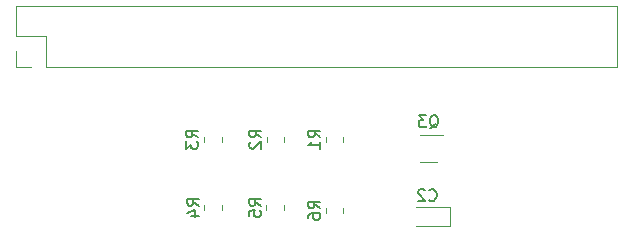
<source format=gbo>
G04 #@! TF.GenerationSoftware,KiCad,Pcbnew,(6.0.11)*
G04 #@! TF.CreationDate,2023-04-01T21:35:55+10:00*
G04 #@! TF.ProjectId,RPI,5250492e-6b69-4636-9164-5f7063625858,rev?*
G04 #@! TF.SameCoordinates,Original*
G04 #@! TF.FileFunction,Legend,Bot*
G04 #@! TF.FilePolarity,Positive*
%FSLAX46Y46*%
G04 Gerber Fmt 4.6, Leading zero omitted, Abs format (unit mm)*
G04 Created by KiCad (PCBNEW (6.0.11)) date 2023-04-01 21:35:55*
%MOMM*%
%LPD*%
G01*
G04 APERTURE LIST*
%ADD10C,0.150000*%
%ADD11C,0.120000*%
G04 APERTURE END LIST*
D10*
X132802380Y-62060397D02*
X132326190Y-61727064D01*
X132802380Y-61488968D02*
X131802380Y-61488968D01*
X131802380Y-61869921D01*
X131850000Y-61965159D01*
X131897619Y-62012778D01*
X131992857Y-62060397D01*
X132135714Y-62060397D01*
X132230952Y-62012778D01*
X132278571Y-61965159D01*
X132326190Y-61869921D01*
X132326190Y-61488968D01*
X131802380Y-62917540D02*
X131802380Y-62727064D01*
X131850000Y-62631825D01*
X131897619Y-62584206D01*
X132040476Y-62488968D01*
X132230952Y-62441349D01*
X132611904Y-62441349D01*
X132707142Y-62488968D01*
X132754761Y-62536587D01*
X132802380Y-62631825D01*
X132802380Y-62822302D01*
X132754761Y-62917540D01*
X132707142Y-62965159D01*
X132611904Y-63012778D01*
X132373809Y-63012778D01*
X132278571Y-62965159D01*
X132230952Y-62917540D01*
X132183333Y-62822302D01*
X132183333Y-62631825D01*
X132230952Y-62536587D01*
X132278571Y-62488968D01*
X132373809Y-62441349D01*
X132810243Y-56049934D02*
X132334053Y-55716601D01*
X132810243Y-55478505D02*
X131810243Y-55478505D01*
X131810243Y-55859458D01*
X131857863Y-55954696D01*
X131905482Y-56002315D01*
X132000720Y-56049934D01*
X132143577Y-56049934D01*
X132238815Y-56002315D01*
X132286434Y-55954696D01*
X132334053Y-55859458D01*
X132334053Y-55478505D01*
X132810243Y-57002315D02*
X132810243Y-56430886D01*
X132810243Y-56716601D02*
X131810243Y-56716601D01*
X131953101Y-56621362D01*
X132048339Y-56526124D01*
X132095958Y-56430886D01*
X122452380Y-56060397D02*
X121976190Y-55727064D01*
X122452380Y-55488968D02*
X121452380Y-55488968D01*
X121452380Y-55869921D01*
X121500000Y-55965159D01*
X121547619Y-56012778D01*
X121642857Y-56060397D01*
X121785714Y-56060397D01*
X121880952Y-56012778D01*
X121928571Y-55965159D01*
X121976190Y-55869921D01*
X121976190Y-55488968D01*
X121452380Y-56393730D02*
X121452380Y-57012778D01*
X121833333Y-56679444D01*
X121833333Y-56822302D01*
X121880952Y-56917540D01*
X121928571Y-56965159D01*
X122023809Y-57012778D01*
X122261904Y-57012778D01*
X122357142Y-56965159D01*
X122404761Y-56917540D01*
X122452380Y-56822302D01*
X122452380Y-56536587D01*
X122404761Y-56441349D01*
X122357142Y-56393730D01*
X127820493Y-56062231D02*
X127344303Y-55728898D01*
X127820493Y-55490802D02*
X126820493Y-55490802D01*
X126820493Y-55871755D01*
X126868113Y-55966993D01*
X126915732Y-56014612D01*
X127010970Y-56062231D01*
X127153827Y-56062231D01*
X127249065Y-56014612D01*
X127296684Y-55966993D01*
X127344303Y-55871755D01*
X127344303Y-55490802D01*
X126915732Y-56443183D02*
X126868113Y-56490802D01*
X126820493Y-56586040D01*
X126820493Y-56824136D01*
X126868113Y-56919374D01*
X126915732Y-56966993D01*
X127010970Y-57014612D01*
X127106208Y-57014612D01*
X127249065Y-56966993D01*
X127820493Y-56395564D01*
X127820493Y-57014612D01*
X127802380Y-61833333D02*
X127326190Y-61500000D01*
X127802380Y-61261904D02*
X126802380Y-61261904D01*
X126802380Y-61642857D01*
X126850000Y-61738095D01*
X126897619Y-61785714D01*
X126992857Y-61833333D01*
X127135714Y-61833333D01*
X127230952Y-61785714D01*
X127278571Y-61738095D01*
X127326190Y-61642857D01*
X127326190Y-61261904D01*
X126802380Y-62738095D02*
X126802380Y-62261904D01*
X127278571Y-62214285D01*
X127230952Y-62261904D01*
X127183333Y-62357142D01*
X127183333Y-62595238D01*
X127230952Y-62690476D01*
X127278571Y-62738095D01*
X127373809Y-62785714D01*
X127611904Y-62785714D01*
X127707142Y-62738095D01*
X127754761Y-62690476D01*
X127802380Y-62595238D01*
X127802380Y-62357142D01*
X127754761Y-62261904D01*
X127707142Y-62214285D01*
X142049450Y-61354753D02*
X142097069Y-61402372D01*
X142239926Y-61449991D01*
X142335164Y-61449991D01*
X142478022Y-61402372D01*
X142573260Y-61307134D01*
X142620879Y-61211896D01*
X142668498Y-61021420D01*
X142668498Y-60878563D01*
X142620879Y-60688087D01*
X142573260Y-60592849D01*
X142478022Y-60497611D01*
X142335164Y-60449991D01*
X142239926Y-60449991D01*
X142097069Y-60497611D01*
X142049450Y-60545230D01*
X141668498Y-60545230D02*
X141620879Y-60497611D01*
X141525641Y-60449991D01*
X141287545Y-60449991D01*
X141192307Y-60497611D01*
X141144688Y-60545230D01*
X141097069Y-60640468D01*
X141097069Y-60735706D01*
X141144688Y-60878563D01*
X141716117Y-61449991D01*
X141097069Y-61449991D01*
X122551037Y-61828086D02*
X122074847Y-61494753D01*
X122551037Y-61256657D02*
X121551037Y-61256657D01*
X121551037Y-61637610D01*
X121598657Y-61732848D01*
X121646276Y-61780467D01*
X121741514Y-61828086D01*
X121884371Y-61828086D01*
X121979609Y-61780467D01*
X122027228Y-61732848D01*
X122074847Y-61637610D01*
X122074847Y-61256657D01*
X121884371Y-62685229D02*
X122551037Y-62685229D01*
X121503418Y-62447133D02*
X122217704Y-62209038D01*
X122217704Y-62828086D01*
X142073374Y-55283792D02*
X142168612Y-55236173D01*
X142263850Y-55140934D01*
X142406707Y-54998077D01*
X142501945Y-54950458D01*
X142597183Y-54950458D01*
X142549564Y-55188553D02*
X142644802Y-55140934D01*
X142740040Y-55045696D01*
X142787659Y-54855220D01*
X142787659Y-54521887D01*
X142740040Y-54331411D01*
X142644802Y-54236173D01*
X142549564Y-54188553D01*
X142359088Y-54188553D01*
X142263850Y-54236173D01*
X142168612Y-54331411D01*
X142120993Y-54521887D01*
X142120993Y-54855220D01*
X142168612Y-55045696D01*
X142263850Y-55140934D01*
X142359088Y-55188553D01*
X142549564Y-55188553D01*
X141787659Y-54188553D02*
X141168612Y-54188553D01*
X141501945Y-54569506D01*
X141359088Y-54569506D01*
X141263850Y-54617125D01*
X141216231Y-54664744D01*
X141168612Y-54759982D01*
X141168612Y-54998077D01*
X141216231Y-55093315D01*
X141263850Y-55140934D01*
X141359088Y-55188553D01*
X141644802Y-55188553D01*
X141740040Y-55140934D01*
X141787659Y-55093315D01*
D11*
X107040000Y-50100000D02*
X108370000Y-50100000D01*
X157960000Y-44900000D02*
X157960000Y-50100000D01*
X109640000Y-50100000D02*
X157960000Y-50100000D01*
X107040000Y-44900000D02*
X157960000Y-44900000D01*
X109640000Y-47500000D02*
X109640000Y-50100000D01*
X107040000Y-48770000D02*
X107040000Y-50100000D01*
X107040000Y-47500000D02*
X109640000Y-47500000D01*
X107040000Y-44900000D02*
X107040000Y-47500000D01*
X134735000Y-62000000D02*
X134735000Y-62454128D01*
X133265000Y-62000000D02*
X133265000Y-62454128D01*
X134735000Y-56454128D02*
X134735000Y-56000000D01*
X133265000Y-56454128D02*
X133265000Y-56000000D01*
X123000000Y-56000000D02*
X123000000Y-56454128D01*
X124470000Y-56000000D02*
X124470000Y-56454128D01*
X128283113Y-56001834D02*
X128283113Y-56455962D01*
X129753113Y-56001834D02*
X129753113Y-56455962D01*
X128265000Y-61772936D02*
X128265000Y-62227064D01*
X129735000Y-61772936D02*
X129735000Y-62227064D01*
X143791250Y-61965000D02*
X143791250Y-63535000D01*
X140906250Y-61965000D02*
X143791250Y-61965000D01*
X143791250Y-63535000D02*
X140906250Y-63535000D01*
X123013657Y-61767689D02*
X123013657Y-62221817D01*
X124483657Y-61767689D02*
X124483657Y-62221817D01*
X141300000Y-55840000D02*
X143200000Y-55840000D01*
X142700000Y-58160000D02*
X141300000Y-58160000D01*
M02*

</source>
